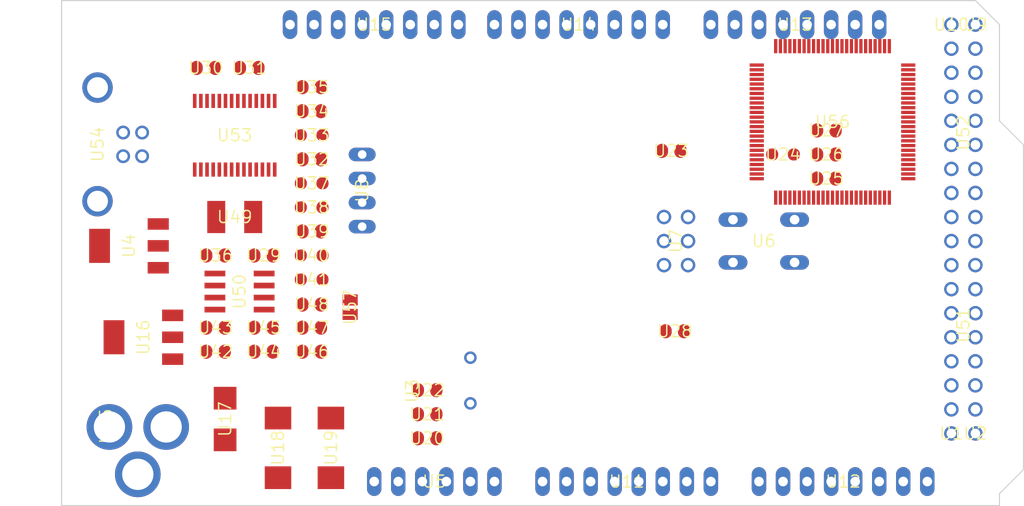
<source format=kicad_pcb>
(kicad_pcb (version 20221018) (generator pcbnew)
  (layers (0 "F.Cu" signal "Top") (31 "B.Cu" signal "Bottom") (34 "B.Paste" user) (35 "F.Paste" user) (36 "B.SilkS" user "B.Silkscreen") (37 "F.SilkS" user "F.Silkscreen") (38 "B.Mask" user) (39 "F.Mask" user) (44 "Edge.Cuts" user))
  (net 0 "")
  (net 1 "+5V")
  (net 2 "GND")
  (net 3 "N$6")
  (net 4 "N$7")
  (net 5 "AREF")
  (net 6 "RESET")
  (net 7 "VIN")
  (net 8 "N$3")
  (net 9 "PWRIN")
  (net 10 "M8RXD")
  (net 11 "M8TXD")
  (net 12 "ADC0")
  (net 13 "ADC2")
  (net 14 "ADC1")
  (net 15 "ADC3")
  (net 16 "ADC4")
  (net 17 "ADC5")
  (net 18 "ADC6")
  (net 19 "ADC7")
  (net 20 "+3V3")
  (net 21 "SDA")
  (net 22 "SCL")
  (net 23 "ADC9")
  (net 24 "ADC8")
  (net 25 "ADC10")
  (net 26 "ADC11")
  (net 27 "ADC12")
  (net 28 "ADC13")
  (net 29 "ADC14")
  (net 30 "ADC15")
  (net 31 "PB3")
  (net 32 "PB2")
  (net 33 "PB1")
  (net 34 "PB5")
  (net 35 "PB4")
  (net 36 "PE5")
  (net 37 "PE4")
  (net 38 "PE3")
  (net 39 "PE1")
  (net 40 "PE0")
  (net 41 "N$15")
  (net 42 "N$53")
  (net 43 "N$54")
  (net 44 "N$55")
  (net 45 "D-")
  (net 46 "D+")
  (net 47 "N$60")
  (net 48 "DTR")
  (net 49 "USBVCC")
  (net 50 "N$2")
  (net 51 "N$4")
  (net 52 "GATE_CMD")
  (net 53 "CMP")
  (net 54 "PB6")
  (net 55 "PH3")
  (net 56 "PH4")
  (net 57 "PH5")
  (net 58 "PH6")
  (net 59 "PG5")
  (net 60 "RXD1")
  (net 61 "TXD1")
  (net 62 "RXD2")
  (net 63 "RXD3")
  (net 64 "TXD2")
  (net 65 "TXD3")
  (net 66 "PC0")
  (net 67 "PC1")
  (net 68 "PC2")
  (net 69 "PC3")
  (net 70 "PC4")
  (net 71 "PC5")
  (net 72 "PC6")
  (net 73 "PC7")
  (net 74 "PB0")
  (net 75 "PG0")
  (net 76 "PG1")
  (net 77 "PG2")
  (net 78 "PD7")
  (net 79 "PA0")
  (net 80 "PA1")
  (net 81 "PA2")
  (net 82 "PA3")
  (net 83 "PA4")
  (net 84 "PA5")
  (net 85 "PA6")
  (net 86 "PA7")
  (net 87 "PL0")
  (net 88 "PL1")
  (net 89 "PL2")
  (net 90 "PL3")
  (net 91 "PL4")
  (net 92 "PL5")
  (net 93 "PL6")
  (net 94 "PL7")
  (net 95 "PB7")
  (net 96 "CTS")
  (net 97 "DSR")
  (net 98 "DCD")
  (net 99 "RI")
  (footprint "Arduino_MEGA_Reference_Design:2X03" (layer "F.Cu") (at 162.5981 103.7336 -90)
    (fp_text reference "U7")
    (fp_text value "")
  )
  (footprint "Arduino_MEGA_Reference_Design:1X08" (layer "F.Cu") (at 152.3111 80.8736 180)
    (fp_text reference "U14")
    (fp_text value "")
  )
  (footprint "Arduino_MEGA_Reference_Design:1X08" (layer "F.Cu") (at 130.7211 80.8736 180)
    (fp_text reference "U15")
    (fp_text value "")
  )
  (footprint "Arduino_MEGA_Reference_Design:SMC_D" (layer "F.Cu") (at 120.5611 125.5776 -90)
    (fp_text reference "U18")
    (fp_text value "")
  )
  (footprint "Arduino_MEGA_Reference_Design:SMC_D" (layer "F.Cu") (at 126.1491 125.5776 -90)
    (fp_text reference "U19")
    (fp_text value "")
  )
  (footprint "Arduino_MEGA_Reference_Design:B3F-10XX" (layer "F.Cu") (at 171.8691 103.7336 180)
    (fp_text reference "U6")
    (fp_text value "")
  )
  (footprint "Arduino_MEGA_Reference_Design:0805RND" (layer "F.Cu") (at 173.9011 94.5896 180)
    (fp_text reference "U24")
    (fp_text value "")
  )
  (footprint "Arduino_MEGA_Reference_Design:SMB" (layer "F.Cu") (at 114.9731 122.5296 -90)
    (fp_text reference "U17")
    (fp_text value "")
  )
  (footprint "Arduino_MEGA_Reference_Design:DC-21MM" (layer "F.Cu") (at 103.0351 123.2916 90)
    (fp_text reference "U55")
    (fp_text value "")
  )
  (footprint "Arduino_MEGA_Reference_Design:HC49_S" (layer "F.Cu") (at 140.8811 118.4656 90)
    (fp_text reference "U3")
    (fp_text value "")
  )
  (footprint "Arduino_MEGA_Reference_Design:SOT223" (layer "F.Cu") (at 106.3371 113.8936 90)
    (fp_text reference "U16")
    (fp_text value "")
  )
  (footprint "Arduino_MEGA_Reference_Design:1X06" (layer "F.Cu") (at 137.0711 129.1336)
    (fp_text reference "U5")
    (fp_text value "")
  )
  (footprint "Arduino_MEGA_Reference_Design:C0805RND" (layer "F.Cu") (at 124.1171 87.4776)
    (fp_text reference "U35")
    (fp_text value "")
  )
  (footprint "Arduino_MEGA_Reference_Design:C0805RND" (layer "F.Cu") (at 162.4711 113.2586)
    (fp_text reference "U28")
    (fp_text value "")
  )
  (footprint "Arduino_MEGA_Reference_Design:C0805RND" (layer "F.Cu") (at 136.3091 122.0216)
    (fp_text reference "U21")
    (fp_text value "")
  )
  (footprint "Arduino_MEGA_Reference_Design:C0805RND" (layer "F.Cu") (at 136.3091 119.4816)
    (fp_text reference "U22")
    (fp_text value "")
  )
  (footprint "Arduino_MEGA_Reference_Design:C0805RND" (layer "F.Cu") (at 113.9571 112.8776)
    (fp_text reference "U43")
    (fp_text value "")
  )
  (footprint "Arduino_MEGA_Reference_Design:RCL_0805RND" (layer "F.Cu") (at 124.1171 105.2576)
    (fp_text reference "U40")
    (fp_text value "")
  )
  (footprint "Arduino_MEGA_Reference_Design:RCL_0805RND" (layer "F.Cu") (at 124.1171 107.7976)
    (fp_text reference "U41")
    (fp_text value "")
  )
  (footprint "Arduino_MEGA_Reference_Design:1X08" (layer "F.Cu") (at 157.3911 129.1336)
    (fp_text reference "U11")
    (fp_text value "")
  )
  (footprint "Arduino_MEGA_Reference_Design:1X08" (layer "F.Cu") (at 175.1711 80.8736 180)
    (fp_text reference "U13")
    (fp_text value "")
  )
  (footprint "Arduino_MEGA_Reference_Design:R0805RND" (layer "F.Cu") (at 178.4731 94.5896 180)
    (fp_text reference "U26")
    (fp_text value "")
  )
  (footprint "Arduino_MEGA_Reference_Design:R0805RND" (layer "F.Cu") (at 178.4731 92.0496 180)
    (fp_text reference "U27")
    (fp_text value "")
  )
  (footprint "Arduino_MEGA_Reference_Design:TQFP100" (layer "F.Cu") (at 179.1261444091797 91.14759826660156 0)
    (fp_text reference "U56")
    (fp_text value "")
  )
  (footprint "Arduino_MEGA_Reference_Design:C0805RND" (layer "F.Cu") (at 162.0901 94.2086 180)
    (fp_text reference "U23")
    (fp_text value "")
  )
  (footprint "Arduino_MEGA_Reference_Design:C0805RND" (layer "F.Cu") (at 136.3091 124.5616)
    (fp_text reference "U20")
    (fp_text value "")
  )
  (footprint "Arduino_MEGA_Reference_Design:1X08" (layer "F.Cu") (at 180.2511 129.1336)
    (fp_text reference "U12")
    (fp_text value "")
  )
  (footprint "Arduino_MEGA_Reference_Design:R0805RND" (layer "F.Cu") (at 124.1171 112.8776)
    (fp_text reference "U47")
    (fp_text value "")
  )
  (footprint "Arduino_MEGA_Reference_Design:C0805RND" (layer "F.Cu") (at 124.1171 115.4176)
    (fp_text reference "U46")
    (fp_text value "")
  )
  (footprint "Arduino_MEGA_Reference_Design:C0805RND" (layer "F.Cu") (at 113.9571 105.2576)
    (fp_text reference "U36")
    (fp_text value "")
  )
  (footprint "Arduino_MEGA_Reference_Design:C0805RND" (layer "F.Cu") (at 112.9411 85.4456)
    (fp_text reference "U30")
    (fp_text value "")
  )
  (footprint "Arduino_MEGA_Reference_Design:0805RND" (layer "F.Cu") (at 124.1171 100.1776 180)
    (fp_text reference "U38")
    (fp_text value "")
  )
  (footprint "Arduino_MEGA_Reference_Design:0805RND" (layer "F.Cu") (at 124.1171 97.6376 180)
    (fp_text reference "U37")
    (fp_text value "")
  )
  (footprint "Arduino_MEGA_Reference_Design:R0805RND" (layer "F.Cu") (at 124.1171 95.0976)
    (fp_text reference "U32")
    (fp_text value "")
  )
  (footprint "Arduino_MEGA_Reference_Design:R0805RND" (layer "F.Cu") (at 124.1171 102.7176)
    (fp_text reference "U39")
    (fp_text value "")
  )
  (footprint "Arduino_MEGA_Reference_Design:SSOP28" (layer "F.Cu") (at 115.9891 92.5576)
    (fp_text reference "U53")
    (fp_text value "")
  )
  (footprint "Arduino_MEGA_Reference_Design:PN61729" (layer "F.Cu") (at 98.9584 93.5228 -90)
    (fp_text reference "U54")
    (fp_text value "")
  )
  (footprint "Arduino_MEGA_Reference_Design:L1812" (layer "F.Cu") (at 115.9891 101.1936)
    (fp_text reference "U49")
    (fp_text value "")
  )
  (footprint "Arduino_MEGA_Reference_Design:C0805RND" (layer "F.Cu") (at 117.5131 85.4456)
    (fp_text reference "U31")
    (fp_text value "")
  )
  (footprint "Arduino_MEGA_Reference_Design:0805RND" (layer "F.Cu") (at 124.1171 92.5576 180)
    (fp_text reference "U33")
    (fp_text value "")
  )
  (footprint "Arduino_MEGA_Reference_Design:R0805RND" (layer "F.Cu") (at 124.1171 90.0176 180)
    (fp_text reference "U34")
    (fp_text value "")
  )
  (footprint "Arduino_MEGA_Reference_Design:C0805RND" (layer "F.Cu") (at 124.1171 110.4392 180)
    (fp_text reference "U48")
    (fp_text value "")
  )
  (footprint "Arduino_MEGA_Reference_Design:SOT223" (layer "F.Cu") (at 104.8131 104.2416 90)
    (fp_text reference "U4")
    (fp_text value "")
  )
  (footprint "Arduino_MEGA_Reference_Design:SO08" (layer "F.Cu") (at 116.4971 109.0676 -90)
    (fp_text reference "U50")
    (fp_text value "")
  )
  (footprint "Arduino_MEGA_Reference_Design:R0805RND" (layer "F.Cu") (at 113.9571 115.4176 180)
    (fp_text reference "U42")
    (fp_text value "")
  )
  (footprint "Arduino_MEGA_Reference_Design:R0805RND" (layer "F.Cu") (at 119.0371 112.8776 180)
    (fp_text reference "U45")
    (fp_text value "")
  )
  (footprint "Arduino_MEGA_Reference_Design:C0805RND" (layer "F.Cu") (at 119.0371 115.4176 180)
    (fp_text reference "U44")
    (fp_text value "")
  )
  (footprint "Arduino_MEGA_Reference_Design:C0805RND" (layer "F.Cu") (at 119.0371 105.2576)
    (fp_text reference "U29")
    (fp_text value "")
  )
  (footprint "Arduino_MEGA_Reference_Design:2X08" (layer "F.Cu") (at 192.9511 92.3036 90)
    (fp_text reference "U52")
    (fp_text value "")
  )
  (footprint "Arduino_MEGA_Reference_Design:2X08" (layer "F.Cu") (at 192.9511 112.6236 90)
    (fp_text reference "U51")
    (fp_text value "")
  )
  (footprint "Arduino_MEGA_Reference_Design:R0805RND" (layer "F.Cu") (at 178.4731 97.1296 180)
    (fp_text reference "U25")
    (fp_text value "")
  )
  (footprint "Arduino_MEGA_Reference_Design:1X01" (layer "F.Cu") (at 191.6811 80.8736)
    (fp_text reference "U10")
    (fp_text value "")
  )
  (footprint "Arduino_MEGA_Reference_Design:1X01" (layer "F.Cu") (at 194.2211 80.8736)
    (fp_text reference "U9")
    (fp_text value "")
  )
  (footprint "Arduino_MEGA_Reference_Design:1X01" (layer "F.Cu") (at 191.6811 124.0536)
    (fp_text reference "U1")
    (fp_text value "")
  )
  (footprint "Arduino_MEGA_Reference_Design:1X01" (layer "F.Cu") (at 194.2211 124.0536)
    (fp_text reference "U2")
    (fp_text value "")
  )
  (footprint "Arduino_MEGA_Reference_Design:SJ" (layer "F.Cu") (at 128.1811 110.7186 -90)
    (fp_text reference "U57")
    (fp_text value "")
  )
  (footprint "Arduino_MEGA_Reference_Design:JP4" (layer "F.Cu") (at 129.4511 98.3996 -90)
    (fp_text reference "U8")
    (fp_text value "")
  )
  (gr_line (start 196.7611 80.8736) (end 196.7611 91.0336) (layer "Edge.Cuts") (width 0.12))
  (gr_line (start 196.7611 130.4036) (end 196.7611 131.6736) (layer "Edge.Cuts") (width 0.12))
  (gr_line (start 194.2211 78.3336) (end 196.7611 80.8736) (layer "Edge.Cuts") (width 0.12))
  (gr_line (start 97.7011 78.3336) (end 194.2211 78.3336) (layer "Edge.Cuts") (width 0.12))
  (gr_line (start 196.7611 91.0336) (end 199.3011 93.5736) (layer "Edge.Cuts") (width 0.12))
  (gr_line (start 97.7011 131.6736) (end 97.7011 78.3336) (layer "Edge.Cuts") (width 0.12))
  (gr_line (start 196.7611 131.6736) (end 97.7011 131.6736) (layer "Edge.Cuts") (width 0.12))
  (gr_line (start 199.3011 93.5736) (end 199.3011 127.8636) (layer "Edge.Cuts") (width 0.12))
  (gr_line (start 199.3011 127.8636) (end 196.7611 130.4036) (layer "Edge.Cuts") (width 0.12))
)
</source>
